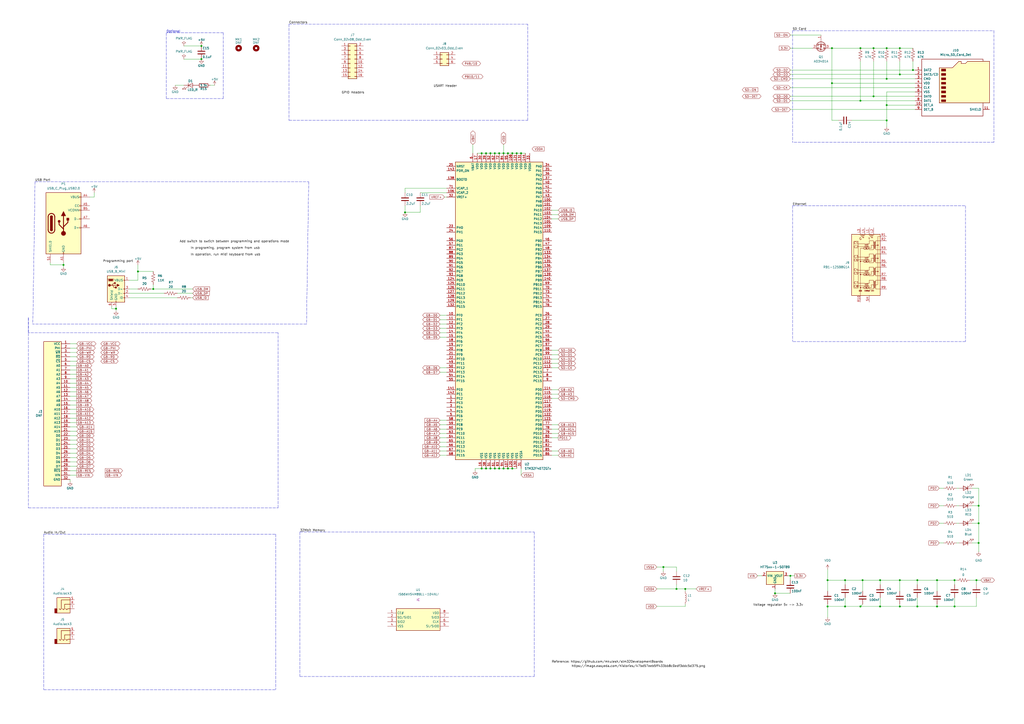
<source format=kicad_sch>
(kicad_sch (version 20211123) (generator eeschema)
  (paper "A2")
  (title_block (title "GB-BRK-CART") (rev "v4.0") (company "https://gekkio.fi"))
  (junction (at 506.73 27.94))
  (junction (at 500.38 336.55))
  (junction (at 521.97 351.79))
  (junction (at 567.69 293.37))
  (junction (at 482.6 48.26))
  (junction (at 458.47 334.01))
  (junction (at 514.35 27.94))
  (junction (at 384.81 328.93))
  (junction (at 499.11 58.42))
  (junction (at 116.84 26.67))
  (junction (at 67.31 179.07))
  (junction (at 289.56 271.78))
  (junction (at 287.02 271.78))
  (junction (at 566.42 336.55))
  (junction (at 297.18 271.78))
  (junction (at 553.72 336.55))
  (junction (at 514.35 60.96))
  (junction (at 490.22 351.79))
  (junction (at 284.48 271.78))
  (junction (at 292.1 271.78))
  (junction (at 88.9 167.64))
  (junction (at 302.26 88.9))
  (junction (at 279.4 271.78))
  (junction (at 297.18 88.9))
  (junction (at 289.56 88.9))
  (junction (at 532.13 336.55))
  (junction (at 567.69 314.96))
  (junction (at 392.43 341.63))
  (junction (at 284.48 88.9))
  (junction (at 281.94 88.9))
  (junction (at 294.64 88.9))
  (junction (at 279.4 88.9))
  (junction (at 281.94 271.78))
  (junction (at 521.97 336.55))
  (junction (at 506.73 55.88))
  (junction (at 480.06 336.55))
  (junction (at 116.84 34.29))
  (junction (at 490.22 336.55))
  (junction (at 449.58 344.17))
  (junction (at 529.59 40.64))
  (junction (at 514.35 45.72))
  (junction (at 80.01 157.48))
  (junction (at 553.72 351.79))
  (junction (at 543.56 351.79))
  (junction (at 521.97 27.94))
  (junction (at 543.56 336.55))
  (junction (at 482.6 27.94))
  (junction (at 532.13 351.79))
  (junction (at 292.1 88.9))
  (junction (at 36.83 153.67))
  (junction (at 499.11 27.94))
  (junction (at 294.64 271.78))
  (junction (at 514.35 69.85))
  (junction (at 521.97 43.18))
  (junction (at 287.02 88.9))
  (junction (at 567.69 303.53))
  (junction (at 480.06 351.79))
  (junction (at 510.54 336.55))
  (junction (at 299.72 88.9))
  (junction (at 397.51 341.63))
  (junction (at 499.11 351.79))
  (junction (at 234.95 123.19))
  (junction (at 510.54 351.79))
  (wire (pts (xy 255.27 187.96) (xy 259.08 187.96)))
  (wire (pts (xy 54.61 114.3) (xy 54.61 111.76)))
  (wire (pts (xy 458.47 344.17) (xy 449.58 344.17)))
  (wire (pts (xy 482.6 27.94) (xy 499.11 27.94)))
  (wire (pts (xy 40.64 207.01) (xy 44.45 207.01)))
  (wire (pts (xy 275.59 273.05) (xy 275.59 271.78)))
  (wire (pts (xy 255.27 254) (xy 259.08 254)))
  (wire (pts (xy 74.93 167.64) (xy 80.01 167.64)))
  (wire (pts (xy 40.64 201.93) (xy 44.45 201.93)))
  (wire (pts (xy 320.04 208.28) (xy 323.85 208.28)))
  (wire (pts (xy 255.27 195.58) (xy 259.08 195.58)))
  (wire (pts (xy 514.35 35.56) (xy 514.35 45.72)))
  (wire (pts (xy 80.01 157.48) (xy 80.01 162.56)))
  (polyline (pts (xy 20.32 105.41) (xy 19.05 187.96)))
  (wire (pts (xy 80.01 153.67) (xy 80.01 157.48)))
  (wire (pts (xy 490.22 346.71) (xy 490.22 351.79)))
  (wire (pts (xy 292.1 88.9) (xy 294.64 88.9)))
  (wire (pts (xy 397.51 351.79) (xy 397.51 350.52)))
  (polyline (pts (xy 25.4 309.88) (xy 25.4 400.05)))
  (polyline (pts (xy 459.74 17.78) (xy 576.58 17.78)))
  (wire (pts (xy 506.73 55.88) (xy 530.86 55.88)))
  (wire (pts (xy 514.35 69.85) (xy 514.35 73.66)))
  (polyline (pts (xy 173.99 392.43) (xy 309.88 392.43)))
  (wire (pts (xy 40.64 212.09) (xy 44.45 212.09)))
  (wire (pts (xy 486.41 69.85) (xy 482.6 69.85)))
  (wire (pts (xy 234.95 123.19) (xy 243.84 123.19)))
  (wire (pts (xy 255.27 246.38) (xy 259.08 246.38)))
  (wire (pts (xy 106.68 26.67) (xy 116.84 26.67)))
  (polyline (pts (xy 20.32 105.41) (xy 179.07 105.41)))
  (polyline (pts (xy 576.58 82.55) (xy 459.74 82.55)))
  (wire (pts (xy 64.77 177.8) (xy 64.77 179.07)))
  (wire (pts (xy 255.27 261.62) (xy 259.08 261.62)))
  (wire (pts (xy 40.64 242.57) (xy 44.45 242.57)))
  (wire (pts (xy 397.51 342.9) (xy 397.51 341.63)))
  (wire (pts (xy 74.93 172.72) (xy 102.87 172.72)))
  (wire (pts (xy 320.04 264.16) (xy 323.85 264.16)))
  (wire (pts (xy 289.56 271.78) (xy 292.1 271.78)))
  (wire (pts (xy 562.61 336.55) (xy 566.42 336.55)))
  (wire (pts (xy 563.88 314.96) (xy 567.69 314.96)))
  (wire (pts (xy 234.95 109.22) (xy 259.08 109.22)))
  (polyline (pts (xy 177.8 187.96) (xy 19.05 187.96)))
  (polyline (pts (xy 560.07 198.12) (xy 459.74 198.12)))
  (wire (pts (xy 529.59 35.56) (xy 529.59 40.64)))
  (wire (pts (xy 480.06 336.55) (xy 480.06 342.9)))
  (wire (pts (xy 458.47 334.01) (xy 458.47 336.55)))
  (wire (pts (xy 458.47 50.8) (xy 530.86 50.8)))
  (wire (pts (xy 458.47 334.01) (xy 461.01 334.01)))
  (wire (pts (xy 458.47 63.5) (xy 530.86 63.5)))
  (wire (pts (xy 243.84 123.19) (xy 243.84 119.38)))
  (wire (pts (xy 563.88 293.37) (xy 567.69 293.37)))
  (wire (pts (xy 87.63 167.64) (xy 88.9 167.64)))
  (wire (pts (xy 255.27 185.42) (xy 259.08 185.42)))
  (wire (pts (xy 255.27 256.54) (xy 259.08 256.54)))
  (wire (pts (xy 40.64 229.87) (xy 44.45 229.87)))
  (wire (pts (xy 323.85 254) (xy 320.04 254)))
  (wire (pts (xy 510.54 351.79) (xy 521.97 351.79)))
  (wire (pts (xy 255.27 190.5) (xy 259.08 190.5)))
  (wire (pts (xy 514.35 53.34) (xy 514.35 60.96)))
  (wire (pts (xy 543.56 350.52) (xy 543.56 351.79)))
  (wire (pts (xy 392.43 341.63) (xy 397.51 341.63)))
  (wire (pts (xy 276.86 88.9) (xy 279.4 88.9)))
  (wire (pts (xy 490.22 336.55) (xy 490.22 339.09)))
  (wire (pts (xy 480.06 350.52) (xy 480.06 351.79)))
  (wire (pts (xy 532.13 336.55) (xy 543.56 336.55)))
  (wire (pts (xy 521.97 336.55) (xy 521.97 342.9)))
  (wire (pts (xy 36.83 153.67) (xy 36.83 154.94)))
  (wire (pts (xy 40.64 209.55) (xy 44.45 209.55)))
  (wire (pts (xy 458.47 27.94) (xy 471.17 27.94)))
  (wire (pts (xy 392.43 339.09) (xy 392.43 341.63)))
  (wire (pts (xy 554.99 314.96) (xy 556.26 314.96)))
  (wire (pts (xy 287.02 88.9) (xy 289.56 88.9)))
  (wire (pts (xy 255.27 259.08) (xy 259.08 259.08)))
  (wire (pts (xy 297.18 271.78) (xy 299.72 271.78)))
  (wire (pts (xy 514.35 60.96) (xy 530.86 60.96)))
  (wire (pts (xy 482.6 27.94) (xy 482.6 48.26)))
  (wire (pts (xy 514.35 27.94) (xy 521.97 27.94)))
  (wire (pts (xy 88.9 165.1) (xy 88.9 167.64)))
  (wire (pts (xy 506.73 35.56) (xy 506.73 55.88)))
  (wire (pts (xy 320.04 261.62) (xy 323.85 261.62)))
  (wire (pts (xy 521.97 27.94) (xy 529.59 27.94)))
  (wire (pts (xy 275.59 271.78) (xy 279.4 271.78)))
  (wire (pts (xy 257.81 114.3) (xy 259.08 114.3)))
  (wire (pts (xy 320.04 226.06) (xy 323.85 226.06)))
  (wire (pts (xy 80.01 157.48) (xy 88.9 157.48)))
  (wire (pts (xy 521.97 351.79) (xy 532.13 351.79)))
  (wire (pts (xy 40.64 257.81) (xy 44.45 257.81)))
  (wire (pts (xy 553.72 336.55) (xy 553.72 339.09)))
  (wire (pts (xy 499.11 351.79) (xy 510.54 351.79)))
  (polyline (pts (xy 96.52 57.15) (xy 129.54 57.15)))
  (wire (pts (xy 40.64 234.95) (xy 44.45 234.95)))
  (wire (pts (xy 530.86 53.34) (xy 514.35 53.34)))
  (wire (pts (xy 40.64 237.49) (xy 44.45 237.49)))
  (wire (pts (xy 439.42 334.01) (xy 441.96 334.01)))
  (wire (pts (xy 381 328.93) (xy 384.81 328.93)))
  (wire (pts (xy 274.32 83.82) (xy 274.32 88.9)))
  (wire (pts (xy 514.35 45.72) (xy 530.86 45.72)))
  (wire (pts (xy 40.64 214.63) (xy 44.45 214.63)))
  (wire (pts (xy 52.07 114.3) (xy 54.61 114.3)))
  (wire (pts (xy 294.64 271.78) (xy 297.18 271.78)))
  (wire (pts (xy 40.64 199.39) (xy 44.45 199.39)))
  (wire (pts (xy 40.64 224.79) (xy 44.45 224.79)))
  (wire (pts (xy 566.42 346.71) (xy 566.42 351.79)))
  (wire (pts (xy 500.38 336.55) (xy 510.54 336.55)))
  (wire (pts (xy 397.51 341.63) (xy 403.86 341.63)))
  (wire (pts (xy 320.04 210.82) (xy 323.85 210.82)))
  (wire (pts (xy 29.21 153.67) (xy 36.83 153.67)))
  (wire (pts (xy 40.64 217.17) (xy 44.45 217.17)))
  (polyline (pts (xy 459.74 119.38) (xy 560.07 119.38)))
  (wire (pts (xy 279.4 88.9) (xy 281.94 88.9)))
  (wire (pts (xy 40.64 278.13) (xy 40.64 279.4)))
  (polyline (pts (xy 167.64 13.97) (xy 167.64 69.85)))
  (wire (pts (xy 302.26 88.9) (xy 304.8 88.9)))
  (wire (pts (xy 566.42 336.55) (xy 568.96 336.55)))
  (wire (pts (xy 320.04 213.36) (xy 323.85 213.36)))
  (polyline (pts (xy 129.54 19.05) (xy 96.52 19.05)))
  (wire (pts (xy 281.94 88.9) (xy 284.48 88.9)))
  (polyline (pts (xy 167.64 69.85) (xy 306.07 69.85)))
  (wire (pts (xy 320.04 246.38) (xy 323.85 246.38)))
  (wire (pts (xy 532.13 346.71) (xy 532.13 351.79)))
  (wire (pts (xy 36.83 152.4) (xy 36.83 153.67)))
  (polyline (pts (xy 96.52 19.05) (xy 96.52 57.15)))
  (wire (pts (xy 40.64 255.27) (xy 44.45 255.27)))
  (wire (pts (xy 543.56 336.55) (xy 543.56 342.9)))
  (wire (pts (xy 40.64 204.47) (xy 44.45 204.47)))
  (polyline (pts (xy 16.51 184.15) (xy 16.51 294.64)))
  (wire (pts (xy 255.27 182.88) (xy 259.08 182.88)))
  (wire (pts (xy 74.93 162.56) (xy 80.01 162.56)))
  (polyline (pts (xy 173.99 308.61) (xy 309.88 308.61)))
  (wire (pts (xy 292.1 83.82) (xy 292.1 88.9)))
  (wire (pts (xy 494.03 69.85) (xy 514.35 69.85)))
  (wire (pts (xy 243.84 111.76) (xy 259.08 111.76)))
  (polyline (pts (xy 160.02 309.88) (xy 160.02 400.05)))
  (polyline (pts (xy 459.74 17.78) (xy 459.74 82.55)))
  (wire (pts (xy 482.6 69.85) (xy 482.6 48.26)))
  (wire (pts (xy 458.47 43.18) (xy 521.97 43.18)))
  (wire (pts (xy 563.88 283.21) (xy 567.69 283.21)))
  (wire (pts (xy 554.99 283.21) (xy 556.26 283.21)))
  (polyline (pts (xy 161.29 294.64) (xy 161.29 193.04)))
  (wire (pts (xy 255.27 264.16) (xy 259.08 264.16)))
  (wire (pts (xy 544.83 303.53) (xy 547.37 303.53)))
  (wire (pts (xy 255.27 215.9) (xy 259.08 215.9)))
  (wire (pts (xy 458.47 45.72) (xy 514.35 45.72)))
  (wire (pts (xy 29.21 152.4) (xy 29.21 153.67)))
  (wire (pts (xy 449.58 341.63) (xy 449.58 344.17)))
  (wire (pts (xy 88.9 167.64) (xy 111.76 167.64)))
  (wire (pts (xy 567.69 303.53) (xy 567.69 314.96)))
  (wire (pts (xy 320.04 203.2) (xy 323.85 203.2)))
  (wire (pts (xy 506.73 27.94) (xy 514.35 27.94)))
  (wire (pts (xy 67.31 177.8) (xy 67.31 179.07)))
  (polyline (pts (xy 25.4 309.88) (xy 160.02 309.88)))
  (wire (pts (xy 320.04 205.74) (xy 323.85 205.74)))
  (wire (pts (xy 284.48 88.9) (xy 287.02 88.9)))
  (wire (pts (xy 458.47 58.42) (xy 499.11 58.42)))
  (wire (pts (xy 500.38 350.52) (xy 499.11 351.79)))
  (wire (pts (xy 74.93 170.18) (xy 95.25 170.18)))
  (wire (pts (xy 320.04 251.46) (xy 323.85 251.46)))
  (wire (pts (xy 40.64 267.97) (xy 44.45 267.97)))
  (wire (pts (xy 40.64 227.33) (xy 44.45 227.33)))
  (polyline (pts (xy 25.4 400.05) (xy 160.02 400.05)))
  (wire (pts (xy 255.27 213.36) (xy 259.08 213.36)))
  (wire (pts (xy 543.56 351.79) (xy 553.72 351.79)))
  (wire (pts (xy 110.49 172.72) (xy 111.76 172.72)))
  (wire (pts (xy 40.64 260.35) (xy 44.45 260.35)))
  (polyline (pts (xy 167.64 13.97) (xy 306.07 13.97)))
  (polyline (pts (xy 459.74 119.38) (xy 459.74 198.12)))
  (wire (pts (xy 510.54 346.71) (xy 510.54 351.79)))
  (wire (pts (xy 320.04 127) (xy 323.85 127)))
  (wire (pts (xy 482.6 48.26) (xy 530.86 48.26)))
  (wire (pts (xy 320.04 121.92) (xy 323.85 121.92)))
  (wire (pts (xy 320.04 228.6) (xy 323.85 228.6)))
  (wire (pts (xy 67.31 179.07) (xy 67.31 180.34)))
  (wire (pts (xy 499.11 35.56) (xy 499.11 58.42)))
  (wire (pts (xy 544.83 283.21) (xy 547.37 283.21)))
  (wire (pts (xy 40.64 273.05) (xy 44.45 273.05)))
  (wire (pts (xy 40.64 262.89) (xy 44.45 262.89)))
  (wire (pts (xy 255.27 193.04) (xy 259.08 193.04)))
  (wire (pts (xy 294.64 88.9) (xy 297.18 88.9)))
  (wire (pts (xy 514.35 60.96) (xy 514.35 69.85)))
  (wire (pts (xy 458.47 40.64) (xy 529.59 40.64)))
  (wire (pts (xy 490.22 336.55) (xy 500.38 336.55)))
  (wire (pts (xy 124.46 49.53) (xy 121.92 49.53)))
  (wire (pts (xy 458.47 55.88) (xy 506.73 55.88)))
  (wire (pts (xy 40.64 265.43) (xy 44.45 265.43)))
  (wire (pts (xy 553.72 336.55) (xy 554.99 336.55)))
  (wire (pts (xy 40.64 240.03) (xy 44.45 240.03)))
  (wire (pts (xy 40.64 270.51) (xy 44.45 270.51)))
  (wire (pts (xy 567.69 314.96) (xy 567.69 320.04)))
  (polyline (pts (xy 16.51 193.04) (xy 16.51 184.15)))
  (wire (pts (xy 279.4 271.78) (xy 281.94 271.78)))
  (wire (pts (xy 381 351.79) (xy 397.51 351.79)))
  (wire (pts (xy 106.68 34.29) (xy 116.84 34.29)))
  (wire (pts (xy 547.37 314.96) (xy 544.83 314.96)))
  (wire (pts (xy 384.81 328.93) (xy 384.81 331.47)))
  (wire (pts (xy 567.69 293.37) (xy 567.69 303.53)))
  (wire (pts (xy 480.06 351.79) (xy 490.22 351.79)))
  (wire (pts (xy 106.68 49.53) (xy 101.6 49.53)))
  (polyline (pts (xy 576.58 17.78) (xy 576.58 82.55)))
  (wire (pts (xy 490.22 351.79) (xy 499.11 351.79)))
  (wire (pts (xy 510.54 336.55) (xy 510.54 339.09)))
  (wire (pts (xy 521.97 336.55) (xy 532.13 336.55)))
  (wire (pts (xy 481.33 27.94) (xy 482.6 27.94)))
  (wire (pts (xy 40.64 252.73) (xy 44.45 252.73)))
  (wire (pts (xy 458.47 20.32) (xy 476.25 20.32)))
  (wire (pts (xy 320.04 124.46) (xy 323.85 124.46)))
  (polyline (pts (xy 309.88 392.43) (xy 309.88 308.61)))
  (polyline (pts (xy 16.51 294.64) (xy 161.29 294.64)))
  (wire (pts (xy 234.95 111.76) (xy 234.95 109.22)))
  (wire (pts (xy 40.64 275.59) (xy 44.45 275.59)))
  (polyline (pts (xy 173.99 308.61) (xy 173.99 392.43)))
  (wire (pts (xy 480.06 351.79) (xy 480.06 358.14)))
  (wire (pts (xy 529.59 40.64) (xy 530.86 40.64)))
  (wire (pts (xy 292.1 271.78) (xy 294.64 271.78)))
  (wire (pts (xy 499.11 27.94) (xy 506.73 27.94)))
  (wire (pts (xy 320.04 248.92) (xy 323.85 248.92)))
  (wire (pts (xy 40.64 232.41) (xy 44.45 232.41)))
  (wire (pts (xy 284.48 271.78) (xy 287.02 271.78)))
  (wire (pts (xy 287.02 271.78) (xy 289.56 271.78)))
  (wire (pts (xy 289.56 88.9) (xy 292.1 88.9)))
  (wire (pts (xy 480.06 336.55) (xy 490.22 336.55)))
  (wire (pts (xy 302.26 271.78) (xy 302.26 275.59)))
  (wire (pts (xy 554.99 293.37) (xy 556.26 293.37)))
  (wire (pts (xy 521.97 35.56) (xy 521.97 43.18)))
  (wire (pts (xy 553.72 351.79) (xy 566.42 351.79)))
  (wire (pts (xy 521.97 43.18) (xy 530.86 43.18)))
  (wire (pts (xy 40.64 219.71) (xy 44.45 219.71)))
  (polyline (pts (xy 306.07 69.85) (xy 306.07 13.97)))
  (wire (pts (xy 255.27 251.46) (xy 259.08 251.46)))
  (wire (pts (xy 532.13 336.55) (xy 532.13 339.09)))
  (wire (pts (xy 40.64 222.25) (xy 44.45 222.25)))
  (wire (pts (xy 567.69 283.21) (xy 567.69 293.37)))
  (polyline (pts (xy 129.54 57.15) (xy 129.54 19.05)))
  (wire (pts (xy 553.72 346.71) (xy 553.72 351.79)))
  (wire (pts (xy 457.2 334.01) (xy 458.47 334.01)))
  (wire (pts (xy 40.64 245.11) (xy 44.45 245.11)))
  (wire (pts (xy 500.38 336.55) (xy 500.38 342.9)))
  (wire (pts (xy 521.97 350.52) (xy 521.97 351.79)))
  (wire (pts (xy 381 341.63) (xy 392.43 341.63)))
  (wire (pts (xy 543.56 336.55) (xy 553.72 336.55)))
  (wire (pts (xy 554.99 303.53) (xy 556.26 303.53)))
  (wire (pts (xy 299.72 88.9) (xy 302.26 88.9)))
  (polyline (pts (xy 560.07 119.38) (xy 560.07 198.12)))
  (wire (pts (xy 566.42 339.09) (xy 566.42 336.55)))
  (polyline (pts (xy 161.29 193.04) (xy 16.51 193.04)))
  (wire (pts (xy 532.13 351.79) (xy 543.56 351.79)))
  (wire (pts (xy 563.88 303.53) (xy 567.69 303.53)))
  (wire (pts (xy 297.18 88.9) (xy 299.72 88.9)))
  (wire (pts (xy 544.83 293.37) (xy 547.37 293.37)))
  (wire (pts (xy 64.77 179.07) (xy 67.31 179.07)))
  (polyline (pts (xy 179.07 105.41) (xy 177.8 187.96)))
  (wire (pts (xy 499.11 58.42) (xy 530.86 58.42)))
  (wire (pts (xy 281.94 271.78) (xy 284.48 271.78)))
  (wire (pts (xy 40.64 250.19) (xy 44.45 250.19)))
  (wire (pts (xy 320.04 231.14) (xy 323.85 231.14)))
  (wire (pts (xy 255.27 248.92) (xy 259.08 248.92)))
  (wire (pts (xy 384.81 328.93) (xy 392.43 328.93)))
  (wire (pts (xy 480.06 330.2) (xy 480.06 336.55)))
  (wire (pts (xy 234.95 119.38) (xy 234.95 123.19)))
  (wire (pts (xy 102.87 170.18) (xy 111.76 170.18)))
  (wire (pts (xy 40.64 247.65) (xy 44.45 247.65)))
  (wire (pts (xy 510.54 336.55) (xy 521.97 336.55)))
  (wire (pts (xy 392.43 331.47) (xy 392.43 328.93)))
  (wire (pts (xy 255.27 243.84) (xy 259.08 243.84)))
  (text "Optional" (at 96.52 19.05 0) (effects (font (size 1.27 1.27)) (justify left bottom)))
  (label "USB Port" (at 20.32 105.41 0))
  (label "USART Header" (at 251.46 50.8 0))
  (label "32Mbit Memory" (at 173.99 308.61 0))
  (label "Reference: https:{slash}{slash}github.com{slash}mkulesh{slash}stm32DevelopmentBoards" (at 320.04 384.81 0))
  (label "Add switch to swtich between programming and operations mode" (at 104.14 140.97 0))
  (label "In operation, run midi keyboard from usb" (at 110.49 148.59 0))
  (label "SD Card" (at 459.74 17.78 0))
  (label "Connectors" (at 167.64 13.97 0))
  (label "https:{slash}{slash}image.easyeda.com{slash}histories{slash}47bd57eeb5ff433bb8c0edf3ddc5d375.png" (at 331.47 387.35 0))
  (label "Programming port" (at 59.69 152.4 0))
  (label "Voltage regulator 5v -> 3.3v" (at 436.88 351.79 0))
  (label "In programing, program system from usb" (at 110.49 144.78 0))
  (label "Audio In{slash}Out" (at 25.4 309.88 0))
  (label "Ethernet" (at 459.74 119.38 0))
  (label "GPIO Headers" (at 198.12 54.61 0))
  (global_label "GB-D0" (shape bidirectional) (at 255.27 182.88 180) (property "Intersheet References" "${INTERSHEET_REFS}" (effects hide)))
  (global_label "PD?" (shape input) (at 544.83 303.53 180) (property "Intersheet References" "${INTERSHEET_REFS}" (effects hide)))
  (global_label "GB-VIN" (shape output) (at 60.96 275.59 0) (property "Intersheet References" "${INTERSHEET_REFS}" (effects hide)))
  (global_label "GB-D5" (shape bidirectional) (at 255.27 195.58 180) (property "Intersheet References" "${INTERSHEET_REFS}" (effects hide)))
  (global_label "GB-D7" (shape bidirectional) (at 44.45 270.51 0) (property "Intersheet References" "${INTERSHEET_REFS}" (effects hide)))
  (global_label "GB-A7" (shape input) (at 255.27 251.46 180) (property "Intersheet References" "${INTERSHEET_REFS}" (effects hide)))
  (global_label "GB-D3" (shape bidirectional) (at 255.27 190.5 180) (property "Intersheet References" "${INTERSHEET_REFS}" (effects hide)))
  (global_label "GB-A15" (shape input) (at 44.45 250.19 0) (property "Intersheet References" "${INTERSHEET_REFS}" (effects hide)))
  (global_label "SD-CMD" (shape bidirectional) (at 323.85 231.14 0) (property "Intersheet References" "${INTERSHEET_REFS}" (effects hide)))
  (global_label "GB-D1" (shape bidirectional) (at 44.45 255.27 0) (property "Intersheet References" "${INTERSHEET_REFS}" (effects hide)))
  (global_label "GB-D6" (shape bidirectional) (at 44.45 267.97 0) (property "Intersheet References" "${INTERSHEET_REFS}" (effects hide)))
  (global_label "GB-A1" (shape output) (at 44.45 214.63 0) (property "Intersheet References" "${INTERSHEET_REFS}" (effects hide)))
  (global_label "GB-A9" (shape output) (at 44.45 234.95 0) (property "Intersheet References" "${INTERSHEET_REFS}" (effects hide)))
  (global_label "GB-A13" (shape output) (at 44.45 245.11 0) (property "Intersheet References" "${INTERSHEET_REFS}" (effects hide)))
  (global_label "VDDA" (shape input) (at 381 341.63 180) (property "Intersheet References" "${INTERSHEET_REFS}" (effects hide)))
  (global_label "GB-A1" (shape input) (at 323.85 264.16 0) (property "Intersheet References" "${INTERSHEET_REFS}" (effects hide)))
  (global_label "VBAT" (shape bidirectional) (at 274.32 83.82 90) (property "Intersheet References" "${INTERSHEET_REFS}" (effects hide)))
  (global_label "PB10{slash}11" (shape bidirectional) (at 267.97 44.45 0) (property "Intersheet References" "${INTERSHEET_REFS}" (effects hide)))
  (global_label "GB-A15" (shape input) (at 323.85 251.46 0) (property "Intersheet References" "${INTERSHEET_REFS}" (effects hide)))
  (global_label "SD-DET" (shape bidirectional) (at 430.53 55.88 0) (property "Intersheet References" "${INTERSHEET_REFS}" (effects hide)))
  (global_label "VIN" (shape input) (at 439.42 334.01 180) (property "Intersheet References" "${INTERSHEET_REFS}" (effects hide)))
  (global_label "SD-D2" (shape bidirectional) (at 323.85 208.28 0) (property "Intersheet References" "${INTERSHEET_REFS}" (effects hide)))
  (global_label "PD?" (shape input) (at 544.83 283.21 180) (property "Intersheet References" "${INTERSHEET_REFS}" (effects hide)))
  (global_label "GB-RD" (shape bidirectional) (at 44.45 207.01 0) (property "Intersheet References" "${INTERSHEET_REFS}" (effects hide)))
  (global_label "VSSA" (shape input) (at 302.26 275.59 0) (property "Intersheet References" "${INTERSHEET_REFS}" (effects hide)))
  (global_label "GB-A6" (shape input) (at 255.27 248.92 180) (property "Intersheet References" "${INTERSHEET_REFS}" (effects hide)))
  (global_label "GB-A0" (shape input) (at 323.85 261.62 0) (property "Intersheet References" "${INTERSHEET_REFS}" (effects hide)))
  (global_label "GB-A12" (shape input) (at 255.27 264.16 180) (property "Intersheet References" "${INTERSHEET_REFS}" (effects hide)))
  (global_label "SD-D3" (shape bidirectional) (at 458.47 43.18 180) (property "Intersheet References" "${INTERSHEET_REFS}" (effects hide)))
  (global_label "GB-D7" (shape bidirectional) (at 255.27 215.9 180) (property "Intersheet References" "${INTERSHEET_REFS}" (effects hide)))
  (global_label "USB_ID" (shape input) (at 323.85 121.92 0) (property "Intersheet References" "${INTERSHEET_REFS}" (effects hide)))
  (global_label "GB-D1" (shape bidirectional) (at 255.27 185.42 180) (property "Intersheet References" "${INTERSHEET_REFS}" (effects hide)))
  (global_label "SD-D0" (shape bidirectional) (at 323.85 203.2 0) (property "Intersheet References" "${INTERSHEET_REFS}" (effects hide)))
  (global_label "GB-A11" (shape input) (at 255.27 261.62 180) (property "Intersheet References" "${INTERSHEET_REFS}" (effects hide)))
  (global_label "VDDA" (shape input) (at 308.61 86.36 0) (property "Intersheet References" "${INTERSHEET_REFS}" (effects hide)))
  (global_label "SD-D0" (shape bidirectional) (at 458.47 55.88 180) (property "Intersheet References" "${INTERSHEET_REFS}" (effects hide)))
  (global_label "GB-A14" (shape input) (at 44.45 247.65 0) (property "Intersheet References" "${INTERSHEET_REFS}" (effects hide)))
  (global_label "GB-WR" (shape bidirectional) (at 58.42 204.47 0) (property "Intersheet References" "${INTERSHEET_REFS}" (effects hide)))
  (global_label "GB-RES" (shape output) (at 60.96 273.05 0) (property "Intersheet References" "${INTERSHEET_REFS}" (effects hide)))
  (global_label "GB-D4" (shape bidirectional) (at 44.45 262.89 0) (property "Intersheet References" "${INTERSHEET_REFS}" (effects hide)))
  (global_label "PA9{slash}10" (shape bidirectional) (at 267.97 36.83 0) (property "Intersheet References" "${INTERSHEET_REFS}" (effects hide)))
  (global_label "GB-D5" (shape bidirectional) (at 44.45 265.43 0) (property "Intersheet References" "${INTERSHEET_REFS}" (effects hide)))
  (global_label "SD-CK" (shape bidirectional) (at 458.47 50.8 180) (property "Intersheet References" "${INTERSHEET_REFS}" (effects hide)))
  (global_label "VDD" (shape bidirectional) (at 292.1 83.82 90) (property "Intersheet References" "${INTERSHEET_REFS}" (effects hide)))
  (global_label "GB-A14" (shape input) (at 323.85 248.92 0) (property "Intersheet References" "${INTERSHEET_REFS}" (effects hide)))
  (global_label "USB_DP" (shape input) (at 111.76 170.18 0) (property "Intersheet References" "${INTERSHEET_REFS}" (effects hide)))
  (global_label "GB-A9" (shape input) (at 255.27 256.54 180) (property "Intersheet References" "${INTERSHEET_REFS}" (effects hide)))
  (global_label "GB-D3" (shape bidirectional) (at 44.45 260.35 0) (property "Intersheet References" "${INTERSHEET_REFS}" (effects hide)))
  (global_label "VREF+" (shape input) (at 403.86 341.63 0) (property "Intersheet References" "${INTERSHEET_REFS}" (effects hide)))
  (global_label "SD-D1" (shape bidirectional) (at 458.47 58.42 180) (property "Intersheet References" "${INTERSHEET_REFS}" (effects hide)))
  (global_label "SD-CMD" (shape bidirectional) (at 458.47 45.72 180) (property "Intersheet References" "${INTERSHEET_REFS}" (effects hide)))
  (global_label "3.3V" (shape output) (at 461.01 334.01 0) (property "Intersheet References" "${INTERSHEET_REFS}" (effects hide)))
  (global_label "GB-D2" (shape bidirectional) (at 255.27 187.96 180) (property "Intersheet References" "${INTERSHEET_REFS}" (effects hide)))
  (global_label "GB-D4" (shape bidirectional) (at 255.27 193.04 180) (property "Intersheet References" "${INTERSHEET_REFS}" (effects hide)))
  (global_label "GB-A8" (shape output) (at 44.45 232.41 0) (property "Intersheet References" "${INTERSHEET_REFS}" (effects hide)))
  (global_label "GB-D6" (shape bidirectional) (at 255.27 213.36 180) (property "Intersheet References" "${INTERSHEET_REFS}" (effects hide)))
  (global_label "USB_ID" (shape input) (at 111.76 172.72 0) (property "Intersheet References" "${INTERSHEET_REFS}" (effects hide)))
  (global_label "SD-ON" (shape input) (at 430.53 52.07 0) (property "Intersheet References" "${INTERSHEET_REFS}" (effects hide)))
  (global_label "GB-RES" (shape output) (at 44.45 273.05 0) (property "Intersheet References" "${INTERSHEET_REFS}" (effects hide)))
  (global_label "GB-A3" (shape input) (at 323.85 228.6 0) (property "Intersheet References" "${INTERSHEET_REFS}" (effects hide)))
  (global_label "SD-D2" (shape bidirectional) (at 458.47 40.64 180) (property "Intersheet References" "${INTERSHEET_REFS}" (effects hide)))
  (global_label "GB-A4" (shape output) (at 44.45 222.25 0) (property "Intersheet References" "${INTERSHEET_REFS}" (effects hide)))
  (global_label "SD-DET" (shape bidirectional) (at 458.47 63.5 180) (property "Intersheet References" "${INTERSHEET_REFS}" (effects hide)))
  (global_label "VDD" (shape input) (at 381 351.79 180) (property "Intersheet References" "${INTERSHEET_REFS}" (effects hide)))
  (global_label "GB-A10" (shape input) (at 255.27 259.08 180) (property "Intersheet References" "${INTERSHEET_REFS}" (effects hide)))
  (global_label "GB-PHI" (shape bidirectional) (at 58.42 201.93 0) (property "Intersheet References" "${INTERSHEET_REFS}" (effects hide)))
  (global_label "GB-A13" (shape input) (at 323.85 246.38 0) (property "Intersheet References" "${INTERSHEET_REFS}" (effects hide)))
  (global_label "GB-D2" (shape bidirectional) (at 44.45 257.81 0) (property "Intersheet References" "${INTERSHEET_REFS}" (effects hide)))
  (global_label "GB-D0" (shape bidirectional) (at 44.45 252.73 0) (property "Intersheet References" "${INTERSHEET_REFS}" (effects hide)))
  (global_label "USB_DM" (shape input) (at 323.85 124.46 0) (property "Intersheet References" "${INTERSHEET_REFS}" (effects hide)))
  (global_label "GB-PHI" (shape bidirectional) (at 44.45 201.93 0) (property "Intersheet References" "${INTERSHEET_REFS}" (effects hide)))
  (global_label "GB-A10" (shape output) (at 44.45 237.49 0) (property "Intersheet References" "${INTERSHEET_REFS}" (effects hide)))
  (global_label "VSSA" (shape input) (at 381 328.93 180) (property "Intersheet References" "${INTERSHEET_REFS}" (effects hide)))
  (global_label "GB-A12" (shape output) (at 44.45 242.57 0) (property "Intersheet References" "${INTERSHEET_REFS}" (effects hide)))
  (global_label "SD-ON" (shape input) (at 458.47 20.32 180) (property "Intersheet References" "${INTERSHEET_REFS}" (effects hide)))
  (global_label "GB-A6" (shape output) (at 44.45 227.33 0) (property "Intersheet References" "${INTERSHEET_REFS}" (effects hide)))
  (global_label "GB-VCC" (shape bidirectional) (at 44.45 199.39 0) (property "Intersheet References" "${INTERSHEET_REFS}" (effects hide)))
  (global_label "USB_DP" (shape input) (at 323.85 127 0) (property "Intersheet References" "${INTERSHEET_REFS}" (effects hide)))
  (global_label "3.3V" (shape input) (at 458.47 27.94 180) (property "Intersheet References" "${INTERSHEET_REFS}" (effects hide)))
  (global_label "SD-D1" (shape bidirectional) (at 323.85 205.74 0) (property "Intersheet References" "${INTERSHEET_REFS}" (effects hide)))
  (global_label "GB-CS" (shape bidirectional) (at 58.42 209.55 0) (property "Intersheet References" "${INTERSHEET_REFS}" (effects hide)))
  (global_label "GB-A2" (shape input) (at 323.85 226.06 0) (property "Intersheet References" "${INTERSHEET_REFS}" (effects hide)))
  (global_label "VREF+" (shape input) (at 257.81 114.3 180) (property "Intersheet References" "${INTERSHEET_REFS}" (effects hide)))
  (global_label "GB-A4" (shape input) (at 255.27 243.84 180) (property "Intersheet References" "${INTERSHEET_REFS}" (effects hide)))
  (global_label "GB-A11" (shape output) (at 44.45 240.03 0) (property "Intersheet References" "${INTERSHEET_REFS}" (effects hide)))
  (global_label "VBAT" (shape bidirectional) (at 568.96 336.55 0) (property "Intersheet References" "${INTERSHEET_REFS}" (effects hide)))
  (global_label "GB-CS" (shape bidirectional) (at 44.45 209.55 0) (property "Intersheet References" "${INTERSHEET_REFS}" (effects hide)))
  (global_label "SD-CK" (shape bidirectional) (at 323.85 213.36 0) (property "Intersheet References" "${INTERSHEET_REFS}" (effects hide)))
  (global_label "PD11" (shape output) (at 323.85 254 0) (property "Intersheet References" "${INTERSHEET_REFS}" (effects hide)))
  (global_label "GB-A8" (shape input) (at 255.27 254 180) (property "Intersheet References" "${INTERSHEET_REFS}" (effects hide)))
  (global_label "GB-VIN" (shape output) (at 44.45 275.59 0) (property "Intersheet References" "${INTERSHEET_REFS}" (effects hide)))
  (global_label "GB-VCC" (shape bidirectional) (at 58.42 199.39 0) (property "Intersheet References" "${INTERSHEET_REFS}" (effects hide)))
  (global_label "SD-D3" (shape bidirectional) (at 323.85 210.82 0) (property "Intersheet References" "${INTERSHEET_REFS}" (effects hide)))
  (global_label "PD?" (shape input) (at 544.83 293.37 180) (property "Intersheet References" "${INTERSHEET_REFS}" (effects hide)))
  (global_label "GB-A5" (shape input) (at 255.27 246.38 180) (property "Intersheet References" "${INTERSHEET_REFS}" (effects hide)))
  (global_label "GB-A5" (shape output) (at 44.45 224.79 0) (property "Intersheet References" "${INTERSHEET_REFS}" (effects hide)))
  (global_label "GB-WR" (shape bidirectional) (at 44.45 204.47 0) (property "Intersheet References" "${INTERSHEET_REFS}" (effects hide)))
  (global_label "PD?" (shape input) (at 544.83 314.96 180) (property "Intersheet References" "${INTERSHEET_REFS}" (effects hide)))
  (global_label "GB-A0" (shape output) (at 44.45 212.09 0) (property "Intersheet References" "${INTERSHEET_REFS}" (effects hide)))
  (global_label "GB-RD" (shape bidirectional) (at 58.42 207.01 0) (property "Intersheet References" "${INTERSHEET_REFS}" (effects hide)))
  (global_label "GB-A2" (shape output) (at 44.45 217.17 0) (property "Intersheet References" "${INTERSHEET_REFS}" (effects hide)))
  (global_label "GB-A7" (shape output) (at 44.45 229.87 0) (property "Intersheet References" "${INTERSHEET_REFS}" (effects hide)))
  (global_label "GB-A3" (shape output) (at 44.45 219.71 0) (property "Intersheet References" "${INTERSHEET_REFS}" (effects hide)))
  (global_label "USB_DM" (shape input) (at 111.76 167.64 0) (property "Intersheet References" "${INTERSHEET_REFS}" (effects hide)))
  (symbol (lib_id "Device:R") (at 118.11 49.53 270) (unit 1)
    (property "Reference" "R15" (at 118.11 51.562 90))
    (property "Value" "3.3k" (at 118.11 49.53 90))
    (property "Footprint" "Resistor_SMD:R_0603_1608Metric" (effects hide))
    (property "MFR" "Vishay" (effects hide))
    (property "MPN" "CRCW06033K30JNEB" (effects hide))
    (property "SPR" "Mouser" (effects hide))
    (property "SPN" "71-CRCW06033K30JNEB" (effects hide))
    (property "Rating" "1/10W 5%" (effects hide))
  )
  (symbol (lib_id "Device:LED") (at 110.49 49.53 0) (unit 1)
    (property "Reference" "D1" (at 110.49 46.99 0))
    (property "Value" "LED_R" (at 111.76 52.07 0))
    (property "Footprint" "LED_SMD:LED_0603_1608Metric" (effects hide))
    (property "MFR" "Wurth Electronics" (effects hide))
    (property "MPN" "150060SS75000" (effects hide))
    (property "SPR" "Mouser" (effects hide))
    (property "SPN" "710-150060SS75000" (effects hide))
  )
  (symbol (lib_id "power:GND") (at 116.84 34.29 0) (unit 1)
    (property "Reference" "#PWR03" (effects hide))
    (property "Value" "GND" (at 116.84 38.1 0))
  )
  (symbol (lib_id "power:+5V") (at 116.84 26.67 0) (unit 1)
    (property "Reference" "#PWR06" (effects hide))
    (property "Value" "+5V" (at 116.84 23.114 0))
  )
  (symbol (lib_id "power:GND") (at 101.6 49.53 0) (unit 1)
    (property "Reference" "#PWR07" (effects hide))
    (property "Value" "GND" (at 101.6 53.34 0))
  )
  (symbol (lib_id "Mechanical:Mounting_Hole") (at 138.43 27.94 0) (unit 1)
    (property "Reference" "MK1" (at 138.43 22.86 0))
    (property "Value" "DNF" (at 138.43 24.765 0))
    (property "Footprint" "Gekkio_MountingHole:MountingHole_7.2mm" (effects hide))
  )
  (symbol (lib_id "Mechanical:Mounting_Hole") (at 148.59 27.94 0) (unit 1)
    (property "Reference" "MK2" (at 148.59 22.86 0))
    (property "Value" "DNF" (at 148.59 24.765 0))
    (property "Footprint" "Gekkio_MountingHole:MountingHole_2.3mm" (effects hide))
  )
  (symbol (lib_id "power:+5V") (at 124.46 49.53 0) (unit 1)
    (property "Reference" "#PWR05" (effects hide))
    (property "Value" "+5V" (at 124.46 45.974 0))
  )
  (symbol (lib_id "Device:C") (at 116.84 30.48 0) (unit 1)
    (property "Reference" "C15" (at 117.475 27.94 0) (effects (justify left)))
    (property "Value" "0.1uF" (at 117.475 33.02 0) (effects (justify left)))
    (property "Footprint" "Capacitor_SMD:C_0603_1608Metric" (effects hide))
    (property "MFR" "AVX" (effects hide))
    (property "MPN" "06035C104KAT4A" (effects hide))
    (property "SPR" "Mouser" (effects hide))
    (property "SPN" "581-06035C104KAT4A" (effects hide))
    (property "Rating" "16V X5R" (effects hide))
  )
  (symbol (lib_id "power:PWR_FLAG") (at 106.68 26.67 0) (unit 1)
    (property "Reference" "#FLG0101" (effects hide))
    (property "Value" "PWR_FLAG" (at 106.68 22.2504 0))
  )
  (symbol (lib_id "power:PWR_FLAG") (at 106.68 34.29 0) (unit 1)
    (property "Reference" "#FLG0102" (effects hide))
    (property "Value" "PWR_FLAG" (at 106.68 29.8704 0))
  )
  (symbol (lib_id "Connector:RB1-125B8G1A") (at 501.65 154.94 0) (unit 1)
    (property "Reference" "J9" (at 492.76 152.3999 0) (effects (justify right)))
    (property "Value" "RB1-125B8G1A" (at 492.76 154.9399 0) (effects (justify right)))
    (property "Footprint" "Connector_RJ:RJ45_UDE_RB1-125B8G1A" (effects hide))
    (property "Datasheet" "https://datasheet.lcsc.com/szlcsc/1901091107_UDE-Corp-RB1-125B8G1A_C363353.pdf" (effects hide))
  )
  (symbol (lib_id "Connector:Micro_SD_Card_Det") (at 553.72 50.8 0) (unit 1)
    (property "Reference" "J10" (at 554.355 29.21 0))
    (property "Value" "Micro_SD_Card_Det" (at 554.355 31.75 0))
    (property "Datasheet" "https://www.hirose.com/product/en/download_file/key_name/DM3/category/Catalog/doc_file_id/49662/?file_category_id=4&item_id=195&is_series=1" (effects hide))
  )
  (symbol (lib_id "Transistor_FET:AO3401A") (at 476.25 25.4 270) (unit 1)
    (property "Reference" "Q1" (at 476.25 33.02 90))
    (property "Value" "AO3401A" (at 476.25 35.56 90))
    (property "Footprint" "Package_TO_SOT_SMD:SOT-23" (effects hide))
    (property "Datasheet" "http://www.aosmd.com/pdfs/datasheet/AO3401A.pdf" (effects hide))
  )
  (symbol (lib_name "GND_1") (lib_id "power:GND") (at 567.69 320.04 0) (unit 1)
    (property "Reference" "#PWR0104" (effects hide))
    (property "Value" "GND" (at 567.69 325.12 0))
  )
  (symbol (lib_name "C_1") (lib_id "Device:C") (at 553.72 342.9 0) (unit 1)
    (property "Reference" "C8" (at 557.53 341.6299 0) (effects (justify left)))
    (property "Value" "100nF" (at 557.53 344.1699 0) (effects (justify left)))
    (property "Footprint" "Capacitor_SMD:C_0603_1608Metric" (effects hide))
  )
  (symbol (lib_name "R_US_1") (lib_id "Device:R_US") (at 499.11 31.75 0) (unit 1)
    (property "Reference" "R9" (at 501.65 30.4799 0) (effects (justify left)))
    (property "Value" "47K" (at 501.65 33.0199 0) (effects (justify left)))
    (property "Footprint" "Resistor_SMD:R_0603_1608Metric" (effects hide))
  )
  (symbol (lib_name "R_US_1") (lib_id "Device:R_US") (at 99.06 170.18 270) (unit 1)
    (property "Reference" "R7" (at 99.06 163.83 90))
    (property "Value" "20" (at 99.06 166.37 90))
    (property "Footprint" "Resistor_SMD:R_0603_1608Metric" (effects hide))
  )
  (symbol (lib_id "Regulator_Linear:HT75xx-1-SOT89") (at 449.58 336.55 0) (unit 1)
    (property "Reference" "U3" (at 449.58 326.39 0))
    (property "Value" "HT75xx-1-SOT89" (at 449.58 328.93 0))
    (property "Footprint" "Package_TO_SOT_SMD:SOT-89-3" (effects hide))
    (property "Datasheet" "https://www.holtek.com/documents/10179/116711/HT75xx-1v250.pdf" (effects hide))
  )
  (symbol (lib_name "C_1") (lib_id "Device:C") (at 543.56 346.71 0) (unit 1)
    (property "Reference" "C7" (at 548.64 345.44 0) (effects (justify left)))
    (property "Value" "100nF" (at 547.37 347.9799 0) (effects (justify left)))
    (property "Footprint" "Capacitor_SMD:C_0603_1608Metric" (effects hide))
  )
  (symbol (lib_id "power:GND") (at 36.83 154.94 0) (unit 1)
    (property "Reference" "#PWR0108" (effects hide))
    (property "Value" "GND" (at 36.83 158.75 0))
  )
  (symbol (lib_id "Device:C") (at 490.22 69.85 270) (unit 1)
    (property "Reference" "C14" (at 492.76 70.485 0) (effects (justify left)))
    (property "Value" "0.1uF" (at 487.68 70.485 0) (effects (justify left)))
    (property "Footprint" "Capacitor_SMD:C_0603_1608Metric" (effects hide))
    (property "MFR" "AVX" (effects hide))
    (property "MPN" "06035C104KAT4A" (effects hide))
    (property "SPR" "Mouser" (effects hide))
    (property "SPN" "581-06035C104KAT4A" (effects hide))
    (property "Rating" "16V X5R" (effects hide))
  )
  (symbol (lib_name "C_1") (lib_id "Device:C") (at 490.22 342.9 0) (unit 1)
    (property "Reference" "C2" (at 494.03 341.6299 0) (effects (justify left)))
    (property "Value" "100nF" (at 494.03 344.1699 0) (effects (justify left)))
    (property "Footprint" "Capacitor_SMD:C_0603_1608Metric" (effects hide))
  )
  (symbol (lib_id "power:GND") (at 449.58 344.17 0) (unit 1)
    (property "Reference" "#PWR0102" (effects hide))
    (property "Value" "GND" (at 449.58 347.98 0))
  )
  (symbol (lib_name "C_1") (lib_id "Device:C") (at 521.97 346.71 0) (unit 1)
    (property "Reference" "C5" (at 525.78 345.4399 0) (effects (justify left)))
    (property "Value" "100nF" (at 525.78 347.9799 0) (effects (justify left)))
    (property "Footprint" "Capacitor_SMD:C_0603_1608Metric" (effects hide))
  )
  (symbol (lib_name "R_US_1") (lib_id "Device:R_US") (at 106.68 172.72 270) (unit 1)
    (property "Reference" "R8" (at 106.68 166.37 90))
    (property "Value" "20" (at 106.68 168.91 90))
    (property "Footprint" "Resistor_SMD:R_0603_1608Metric" (effects hide))
  )
  (symbol (lib_id "Connector:AudioJack3") (at 38.1 368.3 0) (unit 1)
    (property "Reference" "J5" (at 36.195 359.41 0))
    (property "Value" "AudioJack3" (at 36.195 361.95 0))
  )
  (symbol (lib_name "R_US_1") (lib_id "Device:R_US") (at 551.18 283.21 90) (unit 1)
    (property "Reference" "R1" (at 551.18 276.86 90))
    (property "Value" "510" (at 551.18 279.4 90) (effects (justify bottom)))
    (property "Footprint" "Resistor_SMD:R_0603_1608Metric" (effects hide))
  )
  (symbol (lib_name "R_US_1") (lib_id "Device:R_US") (at 506.73 31.75 0) (unit 1)
    (property "Reference" "R10" (at 509.27 30.4799 0) (effects (justify left)))
    (property "Value" "47K" (at 509.27 33.0199 0) (effects (justify left)))
    (property "Footprint" "Resistor_SMD:R_0603_1608Metric" (effects hide))
  )
  (symbol (lib_name "C_1") (lib_id "Device:C") (at 480.06 346.71 0) (unit 1)
    (property "Reference" "C1" (at 483.87 345.4399 0) (effects (justify left)))
    (property "Value" "100nF" (at 483.87 347.9799 0) (effects (justify left)))
    (property "Footprint" "Capacitor_SMD:C_0603_1608Metric" (effects hide))
  )
  (symbol (lib_id "power:+5V") (at 80.01 153.67 0) (unit 1)
    (property "Reference" "#PWR0109" (effects hide))
    (property "Value" "+5V" (at 80.01 150.114 0))
  )
  (symbol (lib_id "IS66WVS4M8BLL:IS66WVS4M8BLL-104NLI") (at 224.79 355.6 0) (unit 1)
    (property "Reference" "U1" (at 242.57 342.9 0) (effects (justify bottom)))
    (property "Value" "IS66WVS4M8BLL-104NLI" (at 242.57 345.44 0) (effects (font italic) (justify bottom)))
    (property "Reference_1" "IC" (at 242.57 347.98 0))
    (property "Value_1" "IS66WVS4M8BLL-104NLI" (effects hide))
    (property "Footprint_1" "SOIC127P600X175-8N" (effects hide))
    (property "Datasheet_1" "https://www.issi.com/WW/pdf/66-67WVS4M8ALL-BLL.pdf" (effects hide))
    (property "Height" "1.75" (effects hide))
    (property "Mouser Part Number" "870-ISS4M8BLL-104NLI" (effects hide))
    (property "Mouser Price/Stock" "https://www.mouser.co.uk/ProductDetail/ISSI/IS66WVS4M8BLL-104NLI?qs=doiCPypUmgHfByEUFkOsAw%3D%3D" (effects hide))
    (property "Manufacturer_Name" "Integrated Silicon Solution Inc." (effects hide))
    (property "Manufacturer_Part_Number" "IS66WVS4M8BLL-104NLI" (effects hide))
  )
  (symbol (lib_id "Device:R_US") (at 551.18 303.53 90) (unit 1)
    (property "Reference" "R3" (at 551.18 297.18 90))
    (property "Value" "510" (at 551.18 299.72 90))
    (property "Footprint" "Resistor_SMD:R_0603_1608Metric" (effects hide))
  )
  (symbol (lib_id "Connector:AudioJack3") (at 38.1 350.52 0) (unit 1)
    (property "Reference" "J4" (at 36.195 341.63 0))
    (property "Value" "AudioJack3" (at 36.195 344.17 0))
  )
  (symbol (lib_name "LED_1") (lib_id "Device:LED") (at 560.07 283.21 180) (unit 1)
    (property "Reference" "LD1" (at 561.6575 275.59 0))
    (property "Value" "Green" (at 561.6575 278.13 0))
  )
  (symbol (lib_id "Connector_Generic:Conn_02x08_Odd_Even") (at 203.2 34.29 0) (unit 1)
    (property "Reference" "J7" (at 204.47 20.32 0))
    (property "Value" "Conn_02x08_Odd_Even" (at 204.47 22.86 0))
  )
  (symbol (lib_id "power:GND") (at 384.81 331.47 0) (unit 1)
    (property "Reference" "#PWR0105" (effects hide))
    (property "Value" "GND" (at 384.81 335.28 0))
  )
  (symbol (lib_id "Device:L") (at 397.51 346.71 0) (unit 1)
    (property "Reference" "L1" (at 398.78 345.4399 0) (effects (justify left)))
    (property "Value" "L" (at 398.78 347.9799 0) (effects (justify left)))
    (property "Footprint" "Inductor_SMD:L_6.3x6.3_H3" (effects hide))
  )
  (symbol (lib_name "LED_1") (lib_id "Device:LED") (at 560.07 293.37 180) (unit 1)
    (property "Reference" "LD2" (at 561.6575 285.75 0))
    (property "Value" "Orange" (at 561.6575 288.29 0))
  )
  (symbol (lib_name "C_1") (lib_id "Device:C") (at 392.43 335.28 0) (unit 1)
    (property "Reference" "C12" (at 396.24 334.0099 0) (effects (justify left)))
    (property "Value" "10" (at 396.24 336.5499 0) (effects (justify left)))
    (property "Footprint" "Capacitor_SMD:C_0603_1608Metric" (effects hide))
  )
  (symbol (lib_name "R_US_1") (lib_id "Device:R_US") (at 529.59 31.75 0) (unit 1)
    (property "Reference" "R13" (at 532.13 30.4799 0) (effects (justify left)))
    (property "Value" "47K" (at 532.13 33.0199 0) (effects (justify left)))
    (property "Footprint" "Resistor_SMD:R_0603_1608Metric" (effects hide))
  )
  (symbol (lib_id "Connector:USB_C_Plug_USB2.0") (at 36.83 129.54 0) (unit 1)
    (property "Reference" "P1" (at 36.83 106.68 0))
    (property "Value" "USB_C_Plug_USB2.0" (at 36.83 109.22 0))
    (property "Datasheet" "https://www.usb.org/sites/default/files/documents/usb_type-c.zip" (effects hide))
  )
  (symbol (lib_id "Gekkio_Connector_Specialized:GameBoy_Cartridge") (at 30.48 240.03 0) (mirror y) (unit 1)
    (property "Reference" "J3" (at 24.638 238.76 0) (effects (justify left)))
    (property "Value" "DNF" (at 24.638 241.0714 0) (effects (justify left)))
    (property "Footprint" "Gekkio_Connector_PCBEdge:GameBoy_Cartridge_1x32_P1.50mm_Edge" (effects hide))
  )
  (symbol (lib_id "power:+5V") (at 54.61 111.76 0) (unit 1)
    (property "Reference" "#PWR0107" (effects hide))
    (property "Value" "+5V" (at 54.61 108.204 0))
  )
  (symbol (lib_id "Device:C") (at 243.84 115.57 0) (unit 1)
    (property "Reference" "C11" (at 244.475 113.03 0) (effects (justify left)))
    (property "Value" "2.2uF" (at 244.475 118.11 0) (effects (justify left)))
    (property "Footprint" "Capacitor_SMD:C_0603_1608Metric" (effects hide))
    (property "MFR" "AVX" (effects hide))
    (property "MPN" "06035C104KAT4A" (effects hide))
    (property "SPR" "Mouser" (effects hide))
    (property "SPN" "581-06035C104KAT4A" (effects hide))
    (property "Rating" "16V X5R" (effects hide))
  )
  (symbol (lib_id "power:GND") (at 234.95 123.19 0) (unit 1)
    (property "Reference" "#PWR0106" (effects hide))
    (property "Value" "GND" (at 234.95 127 0))
  )
  (symbol (lib_id "MCU_ST_STM32F4:STM32F407ZGTx") (at 289.56 180.34 0) (unit 1)
    (property "Reference" "U2" (at 304.2794 269.24 0) (effects (justify left)))
    (property "Value" "STM32F407ZGTx" (at 304.2794 271.78 0) (effects (justify left)))
    (property "Footprint" "Package_QFP:LQFP-144_20x20mm_P0.5mm" (effects hide))
    (property "Datasheet" "http://www.st.com/st-web-ui/static/active/en/resource/technical/document/datasheet/DM00037051.pdf" (effects hide))
  )
  (symbol (lib_id "Device:C") (at 234.95 115.57 0) (unit 1)
    (property "Reference" "C10" (at 235.585 113.03 0) (effects (justify left)))
    (property "Value" "2.2uF" (at 235.585 118.11 0) (effects (justify left)))
    (property "Footprint" "Capacitor_SMD:C_0603_1608Metric" (effects hide))
    (property "MFR" "AVX" (effects hide))
    (property "MPN" "06035C104KAT4A" (effects hide))
    (property "SPR" "Mouser" (effects hide))
    (property "SPN" "581-06035C104KAT4A" (effects hide))
    (property "Rating" "16V X5R" (effects hide))
  )
  (symbol (lib_id "power:GND") (at 67.31 180.34 0) (unit 1)
    (property "Reference" "#PWR0110" (effects hide))
    (property "Value" "GND" (at 67.31 184.15 0))
  )
  (symbol (lib_name "R_US_1") (lib_id "Device:R_US") (at 558.8 336.55 90) (unit 1)
    (property "Reference" "R14" (at 558.8 330.2 90))
    (property "Value" "0" (at 558.8 332.74 90) (effects (justify bottom)))
    (property "Footprint" "Resistor_SMD:R_0603_1608Metric" (effects hide))
  )
  (symbol (lib_id "power:GND") (at 514.35 73.66 0) (unit 1)
    (property "Reference" "#PWR0113" (effects hide))
    (property "Value" "GND" (at 514.35 77.47 0))
  )
  (symbol (lib_id "Connector_Generic:Conn_02x03_Odd_Even") (at 256.54 34.29 0) (unit 1)
    (property "Reference" "J8" (at 257.81 25.4 0))
    (property "Value" "Conn_02x03_Odd_Even" (at 257.81 27.94 0))
  )
  (symbol (lib_id "Device:R_US") (at 551.18 293.37 90) (unit 1)
    (property "Reference" "R2" (at 551.18 287.02 90))
    (property "Value" "510" (at 551.18 289.56 90))
    (property "Footprint" "Resistor_SMD:R_0603_1608Metric" (effects hide))
  )
  (symbol (lib_id "power:GND") (at 480.06 358.14 0) (unit 1)
    (property "Reference" "#PWR0101" (effects hide))
    (property "Value" "GND" (at 480.06 361.95 0))
  )
  (symbol (lib_id "power:VDD") (at 480.06 330.2 0) (unit 1)
    (property "Reference" "#PWR0103" (effects hide))
    (property "Value" "VDD" (at 480.06 325.12 0))
  )
  (symbol (lib_name "R_US_1") (lib_id "Device:R_US") (at 88.9 161.29 180) (unit 1)
    (property "Reference" "R6" (at 91.44 160.0199 0) (effects (justify right)))
    (property "Value" "11K" (at 91.44 162.5599 0) (effects (justify right)))
    (property "Footprint" "Resistor_SMD:R_0603_1608Metric" (effects hide))
  )
  (symbol (lib_id "power:GND") (at 40.64 279.4 0) (unit 1)
    (property "Reference" "#PWR0111" (effects hide))
    (property "Value" "GND" (at 40.64 283.21 0))
  )
  (symbol (lib_name "C_1") (lib_id "Device:C") (at 510.54 342.9 0) (unit 1)
    (property "Reference" "C4" (at 514.35 341.6299 0) (effects (justify left)))
    (property "Value" "100nF" (at 514.35 344.1699 0) (effects (justify left)))
    (property "Footprint" "Capacitor_SMD:C_0603_1608Metric" (effects hide))
  )
  (symbol (lib_name "C_1") (lib_id "Device:C") (at 566.42 342.9 0) (unit 1)
    (property "Reference" "C9" (at 570.23 341.6299 0) (effects (justify left)))
    (property "Value" "1uF" (at 570.23 344.1699 0) (effects (justify left)))
    (property "Footprint" "Capacitor_SMD:C_0603_1608Metric" (effects hide))
  )
  (symbol (lib_id "Device:R_US") (at 551.18 314.96 90) (unit 1)
    (property "Reference" "R4" (at 551.18 308.61 90))
    (property "Value" "510" (at 551.18 311.15 90))
    (property "Footprint" "Resistor_SMD:R_0603_1608Metric" (effects hide))
  )
  (symbol (lib_id "power:GND") (at 275.59 273.05 0) (unit 1)
    (property "Reference" "#PWR0112" (effects hide))
    (property "Value" "GND" (at 275.59 276.86 0))
  )
  (symbol (lib_name "LED_1") (lib_id "Device:LED") (at 560.07 314.96 180) (unit 1)
    (property "Reference" "LD4" (at 561.6575 307.34 0))
    (property "Value" "Blue" (at 561.6575 309.88 0))
  )
  (symbol (lib_name "C_1") (lib_id "Device:C") (at 532.13 342.9 0) (unit 1)
    (property "Reference" "C6" (at 535.94 341.6299 0) (effects (justify left)))
    (property "Value" "100nF" (at 535.94 344.1699 0) (effects (justify left)))
    (property "Footprint" "Capacitor_SMD:C_0603_1608Metric" (effects hide))
  )
  (symbol (lib_name "LED_1") (lib_id "Device:LED") (at 560.07 303.53 180) (unit 1)
    (property "Reference" "LD3" (at 561.6575 295.91 0))
    (property "Value" "RED" (at 561.6575 298.45 0))
  )
  (symbol (lib_id "Connector:USB_B_Mini") (at 67.31 167.64 0) (unit 1)
    (property "Reference" "J6" (at 67.31 154.94 0))
    (property "Value" "USB_B_Mini" (at 67.31 157.48 0))
    (property "Footprint" "Connector_USB:USB_Mini-B_Lumberg_2486_01_Horizontal" (effects hide))
  )
  (symbol (lib_name "C_1") (lib_id "Device:C") (at 500.38 346.71 0) (unit 1)
    (property "Reference" "C3" (at 504.19 345.4399 0) (effects (justify left)))
    (property "Value" "100nF" (at 504.19 347.9799 0) (effects (justify left)))
    (property "Footprint" "Capacitor_SMD:C_0603_1608Metric" (effects hide))
  )
  (symbol (lib_name "R_US_1") (lib_id "Device:R_US") (at 521.97 31.75 0) (unit 1)
    (property "Reference" "R12" (at 524.51 30.4799 0) (effects (justify left)))
    (property "Value" "47K" (at 524.51 33.0199 0) (effects (justify left)))
    (property "Footprint" "Resistor_SMD:R_0603_1608Metric" (effects hide))
  )
  (symbol (lib_name "R_US_1") (lib_id "Device:R_US") (at 83.82 167.64 90) (unit 1)
    (property "Reference" "R5" (at 83.82 161.29 90))
    (property "Value" "20" (at 83.82 163.83 90) (effects (justify bottom)))
    (property "Footprint" "Resistor_SMD:R_0603_1608Metric" (effects hide))
  )
  (symbol (lib_name "R_US_1") (lib_id "Device:R_US") (at 514.35 31.75 0) (unit 1)
    (property "Reference" "R11" (at 516.89 30.4799 0) (effects (justify left)))
    (property "Value" "47K" (at 516.89 33.0199 0) (effects (justify left)))
    (property "Footprint" "Resistor_SMD:R_0603_1608Metric" (effects hide))
  )
  (symbol (lib_id "Device:C") (at 458.47 340.36 0) (unit 1)
    (property "Reference" "C13" (at 459.105 337.82 0) (effects (justify left)))
    (property "Value" "100nF" (at 459.105 342.9 0) (effects (justify left)))
    (property "Footprint" "Capacitor_SMD:C_0603_1608Metric" (effects hide))
    (property "MFR" "AVX" (effects hide))
    (property "MPN" "06035C104KAT4A" (effects hide))
    (property "SPR" "Mouser" (effects hide))
    (property "SPN" "581-06035C104KAT4A" (effects hide))
    (property "Rating" "16V X5R" (effects hide))
  )
)
</source>
